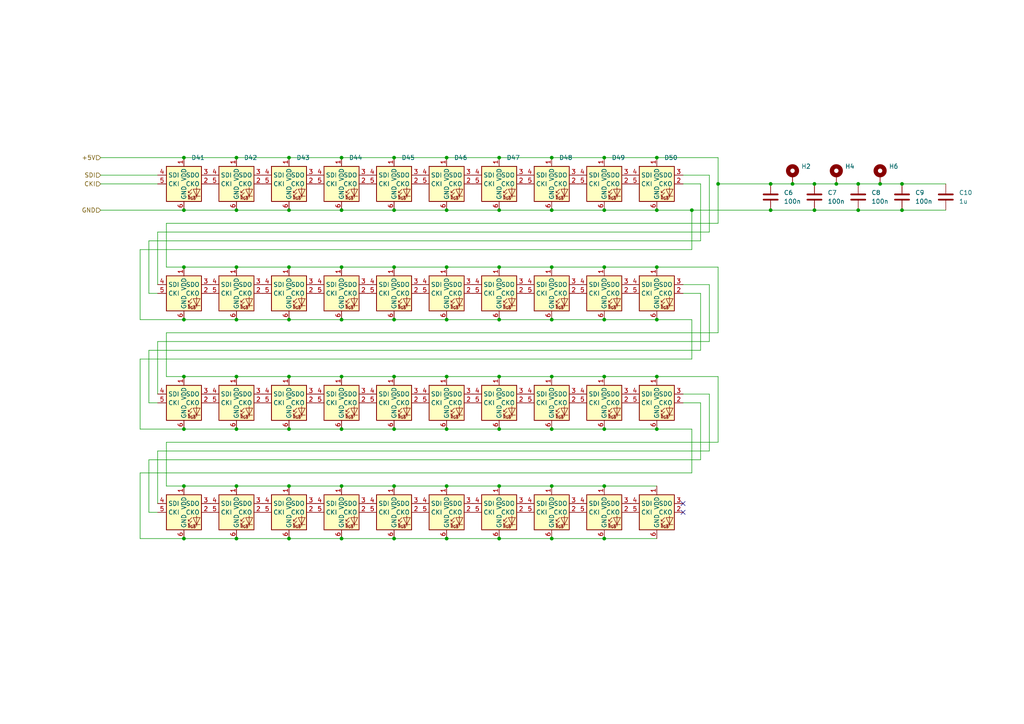
<source format=kicad_sch>
(kicad_sch (version 20250114) (generator "eeschema") (generator_version "9.0")
  (paper "A4")
  (lib_symbols
    (symbol "Device:C" (pin_numbers (hide yes)) (pin_names (offset 0.254))
      (property "Reference" "C" (at 0.635 2.54 0))
      (property "Value" "C" (at 0.635 -2.54 0))
      (symbol "C_0_1"
        (polyline (pts (xy -2.032 0.762) (xy 2.032 0.762)) (stroke (width 0.508)))
        (polyline (pts (xy -2.032 -0.762) (xy 2.032 -0.762)) (stroke (width 0.508)))
      )
      (symbol "C_1_1"
        (pin passive line (at 0 3.81 270) (length 2.794) (name "~") (number "1"))
        (pin passive line (at 0 -3.81 90) (length 2.794) (name "~") (number "2"))
      )
    )
    (symbol "LED:APA102-2020"
      (property "Reference" "D" (at 5.08 5.715 0))
      (property "Value" "APA102-2020" (at 1.27 -5.715 0))
      (symbol "APA102-2020_0_0"
        (text "RGB" (at 2.286 -4.191 0) (effects (font (size 0.762 0.762))))
      )
      (symbol "APA102-2020_0_1"
        (polyline (pts (xy 1.27 -2.54) (xy 1.778 -2.54)))
        (polyline (pts (xy 1.27 -3.556) (xy 1.778 -3.556)))
        (polyline (pts (xy 2.286 -1.524) (xy 1.27 -2.54) (xy 1.27 -2.032)))
        (polyline (pts (xy 2.286 -2.54) (xy 1.27 -3.556) (xy 1.27 -3.048)))
        (polyline (pts (xy 3.683 -1.016) (xy 3.683 -3.556) (xy 3.683 -4.064)))
        (polyline (pts (xy 4.699 -1.524) (xy 2.667 -1.524) (xy 3.683 -3.556) (xy 4.699 -1.524)))
        (polyline (pts (xy 4.699 -3.556) (xy 2.667 -3.556)))
        (rectangle (start 5.08 5.08) (end -5.08 -5.08) (stroke (width 0.254)) (fill (type background)))
      )
      (symbol "APA102-2020_1_1"
        (pin input line (at -7.62 2.54 0) (length 2.54) (name "SDI") (number "4"))
        (pin input line (at -7.62 0 0) (length 2.54) (name "CKI") (number "5"))
        (pin power_in line (at 0 7.62 270) (length 2.54) (name "VDD") (number "1"))
        (pin power_in line (at 0 -7.62 90) (length 2.54) (name "GND") (number "6"))
        (pin output line (at 7.62 2.54 180) (length 2.54) (name "SDO") (number "3"))
        (pin output line (at 7.62 0 180) (length 2.54) (name "CKO") (number "2"))
      )
    )
    (symbol "Mechanical:MountingHole_Pad" (pin_numbers (hide yes)) (pin_names (offset 1.016) (hide yes)) (in_bom no)
      (property "Reference" "H" (at 0 6.35 0))
      (property "Value" "MountingHole_Pad" (at 0 4.445 0))
      (symbol "MountingHole_Pad_0_1"
        (circle (center 0 1.27) (radius 1.27) (stroke (width 1.27)))
      )
      (symbol "MountingHole_Pad_1_1"
        (pin input line (at 0 -2.54 90) (length 2.54) (name "1") (number "1"))
      )
    )
  )
  (junction (at 190.5 109.22))
  (junction (at 68.58 60.96))
  (junction (at 261.62 53.34))
  (junction (at 129.54 92.71))
  (junction (at 99.06 60.96))
  (junction (at 53.34 92.71))
  (junction (at 175.26 140.97))
  (junction (at 160.02 60.96))
  (junction (at 236.22 53.34))
  (junction (at 68.58 124.46))
  (junction (at 114.3 124.46))
  (junction (at 144.78 45.72))
  (junction (at 99.06 156.21))
  (junction (at 114.3 92.71))
  (junction (at 53.34 45.72))
  (junction (at 83.82 92.71))
  (junction (at 175.26 92.71))
  (junction (at 190.5 77.47))
  (junction (at 144.78 156.21))
  (junction (at 68.58 77.47))
  (junction (at 190.5 45.72))
  (junction (at 83.82 60.96))
  (junction (at 114.3 156.21))
  (junction (at 175.26 60.96))
  (junction (at 160.02 124.46))
  (junction (at 175.26 45.72))
  (junction (at 99.06 124.46))
  (junction (at 190.5 60.96))
  (junction (at 99.06 77.47))
  (junction (at 99.06 140.97))
  (junction (at 248.92 60.96))
  (junction (at 190.5 92.71))
  (junction (at 175.26 156.21))
  (junction (at 160.02 109.22))
  (junction (at 53.34 156.21))
  (junction (at 53.34 109.22))
  (junction (at 160.02 45.72))
  (junction (at 255.27 53.34))
  (junction (at 68.58 45.72))
  (junction (at 190.5 124.46))
  (junction (at 68.58 156.21))
  (junction (at 208.28 53.34))
  (junction (at 144.78 60.96))
  (junction (at 261.62 60.96))
  (junction (at 129.54 77.47))
  (junction (at 53.34 60.96))
  (junction (at 129.54 45.72))
  (junction (at 53.34 140.97))
  (junction (at 53.34 77.47))
  (junction (at 144.78 109.22))
  (junction (at 175.26 124.46))
  (junction (at 223.52 60.96))
  (junction (at 83.82 77.47))
  (junction (at 129.54 156.21))
  (junction (at 53.34 124.46))
  (junction (at 242.57 53.34))
  (junction (at 223.52 53.34))
  (junction (at 99.06 92.71))
  (junction (at 99.06 109.22))
  (junction (at 83.82 124.46))
  (junction (at 248.92 53.34))
  (junction (at 114.3 45.72))
  (junction (at 200.66 60.96))
  (junction (at 114.3 77.47))
  (junction (at 144.78 92.71))
  (junction (at 129.54 140.97))
  (junction (at 160.02 140.97))
  (junction (at 114.3 60.96))
  (junction (at 160.02 156.21))
  (junction (at 144.78 124.46))
  (junction (at 129.54 60.96))
  (junction (at 83.82 45.72))
  (junction (at 160.02 77.47))
  (junction (at 160.02 92.71))
  (junction (at 68.58 92.71))
  (junction (at 83.82 156.21))
  (junction (at 68.58 140.97))
  (junction (at 229.87 53.34))
  (junction (at 236.22 60.96))
  (junction (at 175.26 77.47))
  (junction (at 144.78 77.47))
  (junction (at 175.26 109.22))
  (junction (at 114.3 109.22))
  (junction (at 144.78 140.97))
  (junction (at 129.54 124.46))
  (junction (at 114.3 140.97))
  (junction (at 129.54 109.22))
  (junction (at 83.82 140.97))
  (junction (at 68.58 109.22))
  (junction (at 99.06 45.72))
  (junction (at 83.82 109.22))
  (no_connect (at 198.12 148.59))
  (no_connect (at 198.12 146.05))
  (wire (pts (xy 114.3 92.71) (xy 129.54 92.71)))
  (wire (pts (xy 203.2 116.84) (xy 203.2 133.35)))
  (wire (pts (xy 114.3 109.22) (xy 129.54 109.22)))
  (wire (pts (xy 248.92 53.34) (xy 255.27 53.34)))
  (wire (pts (xy 144.78 140.97) (xy 160.02 140.97)))
  (wire (pts (xy 203.2 69.85) (xy 43.18 69.85)))
  (wire (pts (xy 144.78 45.72) (xy 160.02 45.72)))
  (wire (pts (xy 40.64 156.21) (xy 53.34 156.21)))
  (wire (pts (xy 175.26 156.21) (xy 190.5 156.21)))
  (wire (pts (xy 261.62 60.96) (xy 274.32 60.96)))
  (wire (pts (xy 205.74 50.8) (xy 198.12 50.8)))
  (wire (pts (xy 129.54 156.21) (xy 144.78 156.21)))
  (wire (pts (xy 175.26 92.71) (xy 190.5 92.71)))
  (wire (pts (xy 83.82 60.96) (xy 99.06 60.96)))
  (wire (pts (xy 43.18 69.85) (xy 43.18 85.09)))
  (wire (pts (xy 205.74 82.55) (xy 198.12 82.55)))
  (wire (pts (xy 43.18 85.09) (xy 45.72 85.09)))
  (wire (pts (xy 208.28 53.34) (xy 223.52 53.34)))
  (wire (pts (xy 68.58 124.46) (xy 83.82 124.46)))
  (wire (pts (xy 236.22 53.34) (xy 242.57 53.34)))
  (wire (pts (xy 229.87 53.34) (xy 236.22 53.34)))
  (wire (pts (xy 99.06 60.96) (xy 114.3 60.96)))
  (wire (pts (xy 99.06 156.21) (xy 114.3 156.21)))
  (wire (pts (xy 208.28 109.22) (xy 208.28 128.27)))
  (wire (pts (xy 160.02 140.97) (xy 175.26 140.97)))
  (wire (pts (xy 223.52 60.96) (xy 236.22 60.96)))
  (wire (pts (xy 144.78 77.47) (xy 160.02 77.47)))
  (wire (pts (xy 205.74 99.06) (xy 205.74 82.55)))
  (wire (pts (xy 68.58 92.71) (xy 83.82 92.71)))
  (wire (pts (xy 53.34 124.46) (xy 68.58 124.46)))
  (wire (pts (xy 190.5 109.22) (xy 208.28 109.22)))
  (wire (pts (xy 175.26 109.22) (xy 190.5 109.22)))
  (wire (pts (xy 203.2 133.35) (xy 43.18 133.35)))
  (wire (pts (xy 205.74 130.81) (xy 205.74 114.3)))
  (wire (pts (xy 45.72 146.05) (xy 45.72 130.81)))
  (wire (pts (xy 242.57 53.34) (xy 248.92 53.34)))
  (wire (pts (xy 83.82 45.72) (xy 99.06 45.72)))
  (wire (pts (xy 160.02 60.96) (xy 175.26 60.96)))
  (wire (pts (xy 68.58 77.47) (xy 83.82 77.47)))
  (wire (pts (xy 114.3 140.97) (xy 129.54 140.97)))
  (wire (pts (xy 208.28 53.34) (xy 208.28 64.77)))
  (wire (pts (xy 255.27 53.34) (xy 261.62 53.34)))
  (wire (pts (xy 129.54 109.22) (xy 144.78 109.22)))
  (wire (pts (xy 53.34 140.97) (xy 68.58 140.97)))
  (wire (pts (xy 175.26 77.47) (xy 190.5 77.47)))
  (wire (pts (xy 200.66 137.16) (xy 40.64 137.16)))
  (wire (pts (xy 144.78 109.22) (xy 160.02 109.22)))
  (wire (pts (xy 29.21 45.72) (xy 53.34 45.72)))
  (wire (pts (xy 114.3 156.21) (xy 129.54 156.21)))
  (wire (pts (xy 208.28 96.52) (xy 48.26 96.52)))
  (wire (pts (xy 200.66 92.71) (xy 200.66 104.14)))
  (wire (pts (xy 203.2 116.84) (xy 198.12 116.84)))
  (wire (pts (xy 83.82 77.47) (xy 99.06 77.47)))
  (wire (pts (xy 53.34 109.22) (xy 68.58 109.22)))
  (wire (pts (xy 160.02 124.46) (xy 175.26 124.46)))
  (wire (pts (xy 144.78 124.46) (xy 160.02 124.46)))
  (wire (pts (xy 45.72 99.06) (xy 205.74 99.06)))
  (wire (pts (xy 144.78 92.71) (xy 160.02 92.71)))
  (wire (pts (xy 53.34 60.96) (xy 68.58 60.96)))
  (wire (pts (xy 129.54 140.97) (xy 144.78 140.97)))
  (wire (pts (xy 208.28 64.77) (xy 48.26 64.77)))
  (wire (pts (xy 208.28 45.72) (xy 208.28 53.34)))
  (wire (pts (xy 68.58 109.22) (xy 83.82 109.22)))
  (wire (pts (xy 29.21 60.96) (xy 53.34 60.96)))
  (wire (pts (xy 45.72 114.3) (xy 45.72 99.06)))
  (wire (pts (xy 83.82 92.71) (xy 99.06 92.71)))
  (wire (pts (xy 114.3 60.96) (xy 129.54 60.96)))
  (wire (pts (xy 83.82 156.21) (xy 99.06 156.21)))
  (wire (pts (xy 99.06 45.72) (xy 114.3 45.72)))
  (wire (pts (xy 45.72 82.55) (xy 45.72 67.31)))
  (wire (pts (xy 200.66 124.46) (xy 200.66 137.16)))
  (wire (pts (xy 144.78 60.96) (xy 160.02 60.96)))
  (wire (pts (xy 208.28 77.47) (xy 208.28 96.52)))
  (wire (pts (xy 68.58 60.96) (xy 83.82 60.96)))
  (wire (pts (xy 45.72 130.81) (xy 205.74 130.81)))
  (wire (pts (xy 129.54 124.46) (xy 144.78 124.46)))
  (wire (pts (xy 203.2 85.09) (xy 198.12 85.09)))
  (wire (pts (xy 200.66 72.39) (xy 40.64 72.39)))
  (wire (pts (xy 53.34 92.71) (xy 68.58 92.71)))
  (wire (pts (xy 53.34 77.47) (xy 68.58 77.47)))
  (wire (pts (xy 160.02 156.21) (xy 175.26 156.21)))
  (wire (pts (xy 205.74 67.31) (xy 205.74 50.8)))
  (wire (pts (xy 53.34 45.72) (xy 68.58 45.72)))
  (wire (pts (xy 160.02 45.72) (xy 175.26 45.72)))
  (wire (pts (xy 83.82 124.46) (xy 99.06 124.46)))
  (wire (pts (xy 203.2 53.34) (xy 198.12 53.34)))
  (wire (pts (xy 99.06 124.46) (xy 114.3 124.46)))
  (wire (pts (xy 48.26 128.27) (xy 48.26 140.97)))
  (wire (pts (xy 223.52 53.34) (xy 229.87 53.34)))
  (wire (pts (xy 48.26 64.77) (xy 48.26 77.47)))
  (wire (pts (xy 83.82 140.97) (xy 99.06 140.97)))
  (wire (pts (xy 175.26 124.46) (xy 190.5 124.46)))
  (wire (pts (xy 129.54 45.72) (xy 144.78 45.72)))
  (wire (pts (xy 205.74 114.3) (xy 198.12 114.3)))
  (wire (pts (xy 40.64 137.16) (xy 40.64 156.21)))
  (wire (pts (xy 68.58 45.72) (xy 83.82 45.72)))
  (wire (pts (xy 45.72 67.31) (xy 205.74 67.31)))
  (wire (pts (xy 29.21 50.8) (xy 45.72 50.8)))
  (wire (pts (xy 236.22 60.96) (xy 248.92 60.96)))
  (wire (pts (xy 200.66 60.96) (xy 200.66 72.39)))
  (wire (pts (xy 83.82 109.22) (xy 99.06 109.22)))
  (wire (pts (xy 48.26 77.47) (xy 53.34 77.47)))
  (wire (pts (xy 48.26 140.97) (xy 53.34 140.97)))
  (wire (pts (xy 190.5 92.71) (xy 200.66 92.71)))
  (wire (pts (xy 68.58 156.21) (xy 83.82 156.21)))
  (wire (pts (xy 175.26 140.97) (xy 190.5 140.97)))
  (wire (pts (xy 40.64 104.14) (xy 40.64 124.46)))
  (wire (pts (xy 190.5 77.47) (xy 208.28 77.47)))
  (wire (pts (xy 200.66 60.96) (xy 223.52 60.96)))
  (wire (pts (xy 48.26 96.52) (xy 48.26 109.22)))
  (wire (pts (xy 99.06 140.97) (xy 114.3 140.97)))
  (wire (pts (xy 190.5 124.46) (xy 200.66 124.46)))
  (wire (pts (xy 29.21 53.34) (xy 45.72 53.34)))
  (wire (pts (xy 203.2 85.09) (xy 203.2 101.6)))
  (wire (pts (xy 160.02 92.71) (xy 175.26 92.71)))
  (wire (pts (xy 99.06 92.71) (xy 114.3 92.71)))
  (wire (pts (xy 48.26 109.22) (xy 53.34 109.22)))
  (wire (pts (xy 248.92 60.96) (xy 261.62 60.96)))
  (wire (pts (xy 129.54 60.96) (xy 144.78 60.96)))
  (wire (pts (xy 68.58 140.97) (xy 83.82 140.97)))
  (wire (pts (xy 190.5 60.96) (xy 200.66 60.96)))
  (wire (pts (xy 208.28 128.27) (xy 48.26 128.27)))
  (wire (pts (xy 175.26 45.72) (xy 190.5 45.72)))
  (wire (pts (xy 175.26 60.96) (xy 190.5 60.96)))
  (wire (pts (xy 114.3 124.46) (xy 129.54 124.46)))
  (wire (pts (xy 160.02 109.22) (xy 175.26 109.22)))
  (wire (pts (xy 160.02 77.47) (xy 175.26 77.47)))
  (wire (pts (xy 40.64 124.46) (xy 53.34 124.46)))
  (wire (pts (xy 200.66 104.14) (xy 40.64 104.14)))
  (wire (pts (xy 40.64 72.39) (xy 40.64 92.71)))
  (wire (pts (xy 190.5 45.72) (xy 208.28 45.72)))
  (wire (pts (xy 43.18 116.84) (xy 45.72 116.84)))
  (wire (pts (xy 129.54 92.71) (xy 144.78 92.71)))
  (wire (pts (xy 114.3 77.47) (xy 129.54 77.47)))
  (wire (pts (xy 144.78 156.21) (xy 160.02 156.21)))
  (wire (pts (xy 203.2 101.6) (xy 43.18 101.6)))
  (wire (pts (xy 53.34 156.21) (xy 68.58 156.21)))
  (wire (pts (xy 261.62 53.34) (xy 274.32 53.34)))
  (wire (pts (xy 99.06 109.22) (xy 114.3 109.22)))
  (wire (pts (xy 99.06 77.47) (xy 114.3 77.47)))
  (wire (pts (xy 203.2 53.34) (xy 203.2 69.85)))
  (wire (pts (xy 43.18 101.6) (xy 43.18 116.84)))
  (wire (pts (xy 40.64 92.71) (xy 53.34 92.71)))
  (wire (pts (xy 129.54 77.47) (xy 144.78 77.47)))
  (wire (pts (xy 43.18 133.35) (xy 43.18 148.59)))
  (wire (pts (xy 114.3 45.72) (xy 129.54 45.72)))
  (wire (pts (xy 43.18 148.59) (xy 45.72 148.59)))
  (hierarchical_label "+5V" (shape input) (at 29.21 45.72 180))
  (hierarchical_label "CKI" (shape input) (at 29.21 53.34 180))
  (hierarchical_label "GND" (shape input) (at 29.21 60.96 180))
  (hierarchical_label "SDI" (shape input) (at 29.21 50.8 180))
  (symbol (lib_id "Device:C") (at 248.92 57.15 0) (unit 1)
    (property "Reference" "C3" (at 252.73 55.8799 0) (effects (justify left)))
    (property "Value" "100n" (at 252.73 58.4199 0) (effects (justify left)))
    (property "Footprint" "Capacitor_SMD:C_0603_1608Metric" (effects (hide yes)))
    (property "Description" "Unpolarized capacitor" (effects (hide yes)))
    (instances (project "flowstick_led_strip_pcbs" (path "" (reference "C8") (unit 1)) (path "" (reference "C3") (unit 1))))
  )
  (symbol (lib_id "LED:APA102-2020") (at 160.02 53.34 0) (unit 1)
    (property "Reference" "D8" (at 162.1633 45.72 0) (effects (justify left)))
    (property "Value" "APA102-2020" (effects (hide yes)))
    (property "Footprint" "custom:LED-APA102-2020-6_90deg" (effects (hide yes)))
    (property "Datasheet" "http://www.led-color.com/upload/201604/APA102-2020%20SMD%20LED.pdf" (effects (hide yes)))
    (property "Description" "RGB LED with integrated controller" (effects (hide yes)))
    (instances (project "flowstick_led_strip_pcbs" (path "" (reference "D48") (unit 1)) (path "" (reference "D8") (unit 1))))
  )
  (symbol (lib_id "LED:APA102-2020") (at 160.02 116.84 0) (unit 1)
    (property "Reference" "D28" (effects (hide yes)))
    (property "Value" "APA102-2020" (effects (hide yes)))
    (property "Footprint" "custom:LED-APA102-2020-6_90deg" (effects (hide yes)))
    (property "Datasheet" "http://www.led-color.com/upload/201604/APA102-2020%20SMD%20LED.pdf" (effects (hide yes)))
    (property "Description" "RGB LED with integrated controller" (effects (hide yes)))
    (instances (project "flowstick_led_strip_pcbs" (path "" (reference "D68") (unit 1)) (path "" (reference "D28") (unit 1))))
  )
  (symbol (lib_id "LED:APA102-2020") (at 114.3 148.59 0) (unit 1)
    (property "Reference" "D35" (effects (hide yes)))
    (property "Value" "APA102-2020" (effects (hide yes)))
    (property "Footprint" "custom:LED-APA102-2020-6_90deg" (effects (hide yes)))
    (property "Datasheet" "http://www.led-color.com/upload/201604/APA102-2020%20SMD%20LED.pdf" (effects (hide yes)))
    (property "Description" "RGB LED with integrated controller" (effects (hide yes)))
    (instances (project "flowstick_led_strip_pcbs" (path "" (reference "D75") (unit 1)) (path "" (reference "D35") (unit 1))))
  )
  (symbol (lib_id "LED:APA102-2020") (at 190.5 148.59 0) (unit 1)
    (property "Reference" "D40" (effects (hide yes)))
    (property "Value" "APA102-2020" (effects (hide yes)))
    (property "Footprint" "custom:LED-APA102-2020-6_90deg" (effects (hide yes)))
    (property "Datasheet" "http://www.led-color.com/upload/201604/APA102-2020%20SMD%20LED.pdf" (effects (hide yes)))
    (property "Description" "RGB LED with integrated controller" (effects (hide yes)))
    (instances (project "flowstick_led_strip_pcbs" (path "" (reference "D80") (unit 1)) (path "" (reference "D40") (unit 1))))
  )
  (symbol (lib_id "LED:APA102-2020") (at 68.58 116.84 0) (unit 1)
    (property "Reference" "D22" (effects (hide yes)))
    (property "Value" "APA102-2020" (effects (hide yes)))
    (property "Footprint" "custom:LED-APA102-2020-6_90deg" (effects (hide yes)))
    (property "Datasheet" "http://www.led-color.com/upload/201604/APA102-2020%20SMD%20LED.pdf" (effects (hide yes)))
    (property "Description" "RGB LED with integrated controller" (effects (hide yes)))
    (instances (project "flowstick_led_strip_pcbs" (path "" (reference "D62") (unit 1)) (path "" (reference "D22") (unit 1))))
  )
  (symbol (lib_id "LED:APA102-2020") (at 129.54 148.59 0) (unit 1)
    (property "Reference" "D36" (effects (hide yes)))
    (property "Value" "APA102-2020" (effects (hide yes)))
    (property "Footprint" "custom:LED-APA102-2020-6_90deg" (effects (hide yes)))
    (property "Datasheet" "http://www.led-color.com/upload/201604/APA102-2020%20SMD%20LED.pdf" (effects (hide yes)))
    (property "Description" "RGB LED with integrated controller" (effects (hide yes)))
    (instances (project "flowstick_led_strip_pcbs" (path "" (reference "D76") (unit 1)) (path "" (reference "D36") (unit 1))))
  )
  (symbol (lib_id "LED:APA102-2020") (at 83.82 53.34 0) (unit 1)
    (property "Reference" "D3" (at 85.9633 45.72 0) (effects (justify left)))
    (property "Value" "APA102-2020" (effects (hide yes)))
    (property "Footprint" "custom:LED-APA102-2020-6_90deg" (effects (hide yes)))
    (property "Datasheet" "http://www.led-color.com/upload/201604/APA102-2020%20SMD%20LED.pdf" (effects (hide yes)))
    (property "Description" "RGB LED with integrated controller" (effects (hide yes)))
    (instances (project "flowstick_led_strip_pcbs" (path "" (reference "D43") (unit 1)) (path "" (reference "D3") (unit 1))))
  )
  (symbol (lib_id "LED:APA102-2020") (at 175.26 116.84 0) (unit 1)
    (property "Reference" "D29" (effects (hide yes)))
    (property "Value" "APA102-2020" (effects (hide yes)))
    (property "Footprint" "custom:LED-APA102-2020-6_90deg" (effects (hide yes)))
    (property "Datasheet" "http://www.led-color.com/upload/201604/APA102-2020%20SMD%20LED.pdf" (effects (hide yes)))
    (property "Description" "RGB LED with integrated controller" (effects (hide yes)))
    (instances (project "flowstick_led_strip_pcbs" (path "" (reference "D69") (unit 1)) (path "" (reference "D29") (unit 1))))
  )
  (symbol (lib_id "LED:APA102-2020") (at 68.58 85.09 0) (unit 1)
    (property "Reference" "D12" (effects (hide yes)))
    (property "Value" "APA102-2020" (effects (hide yes)))
    (property "Footprint" "custom:LED-APA102-2020-6_90deg" (effects (hide yes)))
    (property "Datasheet" "http://www.led-color.com/upload/201604/APA102-2020%20SMD%20LED.pdf" (effects (hide yes)))
    (property "Description" "RGB LED with integrated controller" (effects (hide yes)))
    (instances (project "flowstick_led_strip_pcbs" (path "" (reference "D52") (unit 1)) (path "" (reference "D12") (unit 1))))
  )
  (symbol (lib_id "LED:APA102-2020") (at 129.54 85.09 0) (unit 1)
    (property "Reference" "D16" (effects (hide yes)))
    (property "Value" "APA102-2020" (effects (hide yes)))
    (property "Footprint" "custom:LED-APA102-2020-6_90deg" (effects (hide yes)))
    (property "Datasheet" "http://www.led-color.com/upload/201604/APA102-2020%20SMD%20LED.pdf" (effects (hide yes)))
    (property "Description" "RGB LED with integrated controller" (effects (hide yes)))
    (instances (project "flowstick_led_strip_pcbs" (path "" (reference "D56") (unit 1)) (path "" (reference "D16") (unit 1))))
  )
  (symbol (lib_id "LED:APA102-2020") (at 175.26 85.09 0) (unit 1)
    (property "Reference" "D19" (effects (hide yes)))
    (property "Value" "APA102-2020" (effects (hide yes)))
    (property "Footprint" "custom:LED-APA102-2020-6_90deg" (effects (hide yes)))
    (property "Datasheet" "http://www.led-color.com/upload/201604/APA102-2020%20SMD%20LED.pdf" (effects (hide yes)))
    (property "Description" "RGB LED with integrated controller" (effects (hide yes)))
    (instances (project "flowstick_led_strip_pcbs" (path "" (reference "D59") (unit 1)) (path "" (reference "D19") (unit 1))))
  )
  (symbol (lib_id "LED:APA102-2020") (at 114.3 85.09 0) (unit 1)
    (property "Reference" "D15" (effects (hide yes)))
    (property "Value" "APA102-2020" (effects (hide yes)))
    (property "Footprint" "custom:LED-APA102-2020-6_90deg" (effects (hide yes)))
    (property "Datasheet" "http://www.led-color.com/upload/201604/APA102-2020%20SMD%20LED.pdf" (effects (hide yes)))
    (property "Description" "RGB LED with integrated controller" (effects (hide yes)))
    (instances (project "flowstick_led_strip_pcbs" (path "" (reference "D55") (unit 1)) (path "" (reference "D15") (unit 1))))
  )
  (symbol (lib_id "LED:APA102-2020") (at 190.5 53.34 0) (unit 1)
    (property "Reference" "D10" (at 192.6433 45.72 0) (effects (justify left)))
    (property "Value" "APA102-2020" (effects (hide yes)))
    (property "Footprint" "custom:LED-APA102-2020-6_90deg" (effects (hide yes)))
    (property "Datasheet" "http://www.led-color.com/upload/201604/APA102-2020%20SMD%20LED.pdf" (effects (hide yes)))
    (property "Description" "RGB LED with integrated controller" (effects (hide yes)))
    (instances (project "flowstick_led_strip_pcbs" (path "" (reference "D50") (unit 1)) (path "" (reference "D10") (unit 1))))
  )
  (symbol (lib_id "Mechanical:MountingHole_Pad") (at 255.27 50.8 0) (unit 1) (in_bom no)
    (property "Reference" "H5" (at 257.81 48.2599 0) (effects (justify left)))
    (property "Value" "MountingHole_Pad" (effects (hide yes)))
    (property "Footprint" "custom:single_b2b_pad_doublewide" (effects (hide yes)))
    (property "Description" "Mounting Hole with connection" (effects (hide yes)))
    (instances (project "flowstick_led_strip_pcbs" (path "" (reference "H6") (unit 1)) (path "" (reference "H5") (unit 1))))
  )
  (symbol (lib_id "LED:APA102-2020") (at 160.02 148.59 0) (unit 1)
    (property "Reference" "D38" (effects (hide yes)))
    (property "Value" "APA102-2020" (effects (hide yes)))
    (property "Footprint" "custom:LED-APA102-2020-6_90deg" (effects (hide yes)))
    (property "Datasheet" "http://www.led-color.com/upload/201604/APA102-2020%20SMD%20LED.pdf" (effects (hide yes)))
    (property "Description" "RGB LED with integrated controller" (effects (hide yes)))
    (instances (project "flowstick_led_strip_pcbs" (path "" (reference "D78") (unit 1)) (path "" (reference "D38") (unit 1))))
  )
  (symbol (lib_id "Device:C") (at 236.22 57.15 0) (unit 1)
    (property "Reference" "C2" (at 240.03 55.8799 0) (effects (justify left)))
    (property "Value" "100n" (at 240.03 58.4199 0) (effects (justify left)))
    (property "Footprint" "Capacitor_SMD:C_0603_1608Metric" (effects (hide yes)))
    (property "Description" "Unpolarized capacitor" (effects (hide yes)))
    (instances (project "flowstick_led_strip_pcbs" (path "" (reference "C7") (unit 1)) (path "" (reference "C2") (unit 1))))
  )
  (symbol (lib_id "LED:APA102-2020") (at 190.5 85.09 0) (unit 1)
    (property "Reference" "D20" (effects (hide yes)))
    (property "Value" "APA102-2020" (effects (hide yes)))
    (property "Footprint" "custom:LED-APA102-2020-6_90deg" (effects (hide yes)))
    (property "Datasheet" "http://www.led-color.com/upload/201604/APA102-2020%20SMD%20LED.pdf" (effects (hide yes)))
    (property "Description" "RGB LED with integrated controller" (effects (hide yes)))
    (instances (project "flowstick_led_strip_pcbs" (path "" (reference "D60") (unit 1)) (path "" (reference "D20") (unit 1))))
  )
  (symbol (lib_id "Mechanical:MountingHole_Pad") (at 229.87 50.8 0) (unit 1) (in_bom no)
    (property "Reference" "H1" (at 232.41 48.2599 0) (effects (justify left)))
    (property "Value" "MountingHole_Pad" (effects (hide yes)))
    (property "Footprint" "custom:single_b2b_pad_doublewide" (effects (hide yes)))
    (property "Description" "Mounting Hole with connection" (effects (hide yes)))
    (instances (project "" (path "" (reference "H2") (unit 1)) (path "" (reference "H1") (unit 1))))
  )
  (symbol (lib_id "LED:APA102-2020") (at 144.78 85.09 0) (unit 1)
    (property "Reference" "D17" (effects (hide yes)))
    (property "Value" "APA102-2020" (effects (hide yes)))
    (property "Footprint" "custom:LED-APA102-2020-6_90deg" (effects (hide yes)))
    (property "Datasheet" "http://www.led-color.com/upload/201604/APA102-2020%20SMD%20LED.pdf" (effects (hide yes)))
    (property "Description" "RGB LED with integrated controller" (effects (hide yes)))
    (instances (project "flowstick_led_strip_pcbs" (path "" (reference "D57") (unit 1)) (path "" (reference "D17") (unit 1))))
  )
  (symbol (lib_id "LED:APA102-2020") (at 99.06 85.09 0) (unit 1)
    (property "Reference" "D14" (effects (hide yes)))
    (property "Value" "APA102-2020" (effects (hide yes)))
    (property "Footprint" "custom:LED-APA102-2020-6_90deg" (effects (hide yes)))
    (property "Datasheet" "http://www.led-color.com/upload/201604/APA102-2020%20SMD%20LED.pdf" (effects (hide yes)))
    (property "Description" "RGB LED with integrated controller" (effects (hide yes)))
    (instances (project "flowstick_led_strip_pcbs" (path "" (reference "D54") (unit 1)) (path "" (reference "D14") (unit 1))))
  )
  (symbol (lib_id "LED:APA102-2020") (at 175.26 148.59 0) (unit 1)
    (property "Reference" "D39" (effects (hide yes)))
    (property "Value" "APA102-2020" (effects (hide yes)))
    (property "Footprint" "custom:LED-APA102-2020-6_90deg" (effects (hide yes)))
    (property "Datasheet" "http://www.led-color.com/upload/201604/APA102-2020%20SMD%20LED.pdf" (effects (hide yes)))
    (property "Description" "RGB LED with integrated controller" (effects (hide yes)))
    (instances (project "flowstick_led_strip_pcbs" (path "" (reference "D79") (unit 1)) (path "" (reference "D39") (unit 1))))
  )
  (symbol (lib_id "LED:APA102-2020") (at 99.06 116.84 0) (unit 1)
    (property "Reference" "D24" (effects (hide yes)))
    (property "Value" "APA102-2020" (effects (hide yes)))
    (property "Footprint" "custom:LED-APA102-2020-6_90deg" (effects (hide yes)))
    (property "Datasheet" "http://www.led-color.com/upload/201604/APA102-2020%20SMD%20LED.pdf" (effects (hide yes)))
    (property "Description" "RGB LED with integrated controller" (effects (hide yes)))
    (instances (project "flowstick_led_strip_pcbs" (path "" (reference "D64") (unit 1)) (path "" (reference "D24") (unit 1))))
  )
  (symbol (lib_id "LED:APA102-2020") (at 83.82 116.84 0) (unit 1)
    (property "Reference" "D23" (effects (hide yes)))
    (property "Value" "APA102-2020" (effects (hide yes)))
    (property "Footprint" "custom:LED-APA102-2020-6_90deg" (effects (hide yes)))
    (property "Datasheet" "http://www.led-color.com/upload/201604/APA102-2020%20SMD%20LED.pdf" (effects (hide yes)))
    (property "Description" "RGB LED with integrated controller" (effects (hide yes)))
    (instances (project "flowstick_led_strip_pcbs" (path "" (reference "D63") (unit 1)) (path "" (reference "D23") (unit 1))))
  )
  (symbol (lib_id "Mechanical:MountingHole_Pad") (at 242.57 50.8 0) (unit 1) (in_bom no)
    (property "Reference" "H3" (at 245.11 48.2599 0) (effects (justify left)))
    (property "Value" "MountingHole_Pad" (effects (hide yes)))
    (property "Footprint" "custom:single_b2b_pad_doublewide" (effects (hide yes)))
    (property "Description" "Mounting Hole with connection" (effects (hide yes)))
    (instances (project "flowstick_led_strip_pcbs" (path "" (reference "H4") (unit 1)) (path "" (reference "H3") (unit 1))))
  )
  (symbol (lib_id "LED:APA102-2020") (at 53.34 53.34 0) (unit 1)
    (property "Reference" "D1" (at 55.4833 45.72 0) (effects (justify left)))
    (property "Value" "APA102-2020" (effects (hide yes)))
    (property "Footprint" "custom:LED-APA102-2020-6_90deg" (effects (hide yes)))
    (property "Datasheet" "http://www.led-color.com/upload/201604/APA102-2020%20SMD%20LED.pdf" (effects (hide yes)))
    (property "Description" "RGB LED with integrated controller" (effects (hide yes)))
    (instances (project "flowstick_led_strip_pcbs" (path "" (reference "D41") (unit 1)) (path "" (reference "D1") (unit 1))))
  )
  (symbol (lib_id "LED:APA102-2020") (at 53.34 116.84 0) (unit 1)
    (property "Reference" "D21" (effects (hide yes)))
    (property "Value" "APA102-2020" (effects (hide yes)))
    (property "Footprint" "custom:LED-APA102-2020-6_90deg" (effects (hide yes)))
    (property "Datasheet" "http://www.led-color.com/upload/201604/APA102-2020%20SMD%20LED.pdf" (effects (hide yes)))
    (property "Description" "RGB LED with integrated controller" (effects (hide yes)))
    (instances (project "flowstick_led_strip_pcbs" (path "" (reference "D61") (unit 1)) (path "" (reference "D21") (unit 1))))
  )
  (symbol (lib_id "LED:APA102-2020") (at 190.5 116.84 0) (unit 1)
    (property "Reference" "D30" (effects (hide yes)))
    (property "Value" "APA102-2020" (effects (hide yes)))
    (property "Footprint" "custom:LED-APA102-2020-6_90deg" (effects (hide yes)))
    (property "Datasheet" "http://www.led-color.com/upload/201604/APA102-2020%20SMD%20LED.pdf" (effects (hide yes)))
    (property "Description" "RGB LED with integrated controller" (effects (hide yes)))
    (instances (project "flowstick_led_strip_pcbs" (path "" (reference "D70") (unit 1)) (path "" (reference "D30") (unit 1))))
  )
  (symbol (lib_id "LED:APA102-2020") (at 144.78 53.34 0) (unit 1)
    (property "Reference" "D7" (at 146.9233 45.72 0) (effects (justify left)))
    (property "Value" "APA102-2020" (effects (hide yes)))
    (property "Footprint" "custom:LED-APA102-2020-6_90deg" (effects (hide yes)))
    (property "Datasheet" "http://www.led-color.com/upload/201604/APA102-2020%20SMD%20LED.pdf" (effects (hide yes)))
    (property "Description" "RGB LED with integrated controller" (effects (hide yes)))
    (instances (project "flowstick_led_strip_pcbs" (path "" (reference "D47") (unit 1)) (path "" (reference "D7") (unit 1))))
  )
  (symbol (lib_id "LED:APA102-2020") (at 53.34 148.59 0) (unit 1)
    (property "Reference" "D31" (effects (hide yes)))
    (property "Value" "APA102-2020" (effects (hide yes)))
    (property "Footprint" "custom:LED-APA102-2020-6_90deg" (effects (hide yes)))
    (property "Datasheet" "http://www.led-color.com/upload/201604/APA102-2020%20SMD%20LED.pdf" (effects (hide yes)))
    (property "Description" "RGB LED with integrated controller" (effects (hide yes)))
    (instances (project "flowstick_led_strip_pcbs" (path "" (reference "D71") (unit 1)) (path "" (reference "D31") (unit 1))))
  )
  (symbol (lib_id "LED:APA102-2020") (at 68.58 53.34 0) (unit 1)
    (property "Reference" "D2" (at 70.7233 45.72 0) (effects (justify left)))
    (property "Value" "APA102-2020" (effects (hide yes)))
    (property "Footprint" "custom:LED-APA102-2020-6_90deg" (effects (hide yes)))
    (property "Datasheet" "http://www.led-color.com/upload/201604/APA102-2020%20SMD%20LED.pdf" (effects (hide yes)))
    (property "Description" "RGB LED with integrated controller" (effects (hide yes)))
    (instances (project "flowstick_led_strip_pcbs" (path "" (reference "D42") (unit 1)) (path "" (reference "D2") (unit 1))))
  )
  (symbol (lib_id "LED:APA102-2020") (at 83.82 85.09 0) (unit 1)
    (property "Reference" "D13" (effects (hide yes)))
    (property "Value" "APA102-2020" (effects (hide yes)))
    (property "Footprint" "custom:LED-APA102-2020-6_90deg" (effects (hide yes)))
    (property "Datasheet" "http://www.led-color.com/upload/201604/APA102-2020%20SMD%20LED.pdf" (effects (hide yes)))
    (property "Description" "RGB LED with integrated controller" (effects (hide yes)))
    (instances (project "flowstick_led_strip_pcbs" (path "" (reference "D53") (unit 1)) (path "" (reference "D13") (unit 1))))
  )
  (symbol (lib_id "LED:APA102-2020") (at 68.58 148.59 0) (unit 1)
    (property "Reference" "D32" (effects (hide yes)))
    (property "Value" "APA102-2020" (effects (hide yes)))
    (property "Footprint" "custom:LED-APA102-2020-6_90deg" (effects (hide yes)))
    (property "Datasheet" "http://www.led-color.com/upload/201604/APA102-2020%20SMD%20LED.pdf" (effects (hide yes)))
    (property "Description" "RGB LED with integrated controller" (effects (hide yes)))
    (instances (project "flowstick_led_strip_pcbs" (path "" (reference "D72") (unit 1)) (path "" (reference "D32") (unit 1))))
  )
  (symbol (lib_id "LED:APA102-2020") (at 129.54 116.84 0) (unit 1)
    (property "Reference" "D26" (effects (hide yes)))
    (property "Value" "APA102-2020" (effects (hide yes)))
    (property "Footprint" "custom:LED-APA102-2020-6_90deg" (effects (hide yes)))
    (property "Datasheet" "http://www.led-color.com/upload/201604/APA102-2020%20SMD%20LED.pdf" (effects (hide yes)))
    (property "Description" "RGB LED with integrated controller" (effects (hide yes)))
    (instances (project "flowstick_led_strip_pcbs" (path "" (reference "D66") (unit 1)) (path "" (reference "D26") (unit 1))))
  )
  (symbol (lib_id "LED:APA102-2020") (at 53.34 85.09 0) (unit 1)
    (property "Reference" "D11" (effects (hide yes)))
    (property "Value" "APA102-2020" (effects (hide yes)))
    (property "Footprint" "custom:LED-APA102-2020-6_90deg" (effects (hide yes)))
    (property "Datasheet" "http://www.led-color.com/upload/201604/APA102-2020%20SMD%20LED.pdf" (effects (hide yes)))
    (property "Description" "RGB LED with integrated controller" (effects (hide yes)))
    (instances (project "flowstick_led_strip_pcbs" (path "" (reference "D51") (unit 1)) (path "" (reference "D11") (unit 1))))
  )
  (symbol (lib_id "LED:APA102-2020") (at 175.26 53.34 0) (unit 1)
    (property "Reference" "D9" (at 177.4033 45.72 0) (effects (justify left)))
    (property "Value" "APA102-2020" (effects (hide yes)))
    (property "Footprint" "custom:LED-APA102-2020-6_90deg" (effects (hide yes)))
    (property "Datasheet" "http://www.led-color.com/upload/201604/APA102-2020%20SMD%20LED.pdf" (effects (hide yes)))
    (property "Description" "RGB LED with integrated controller" (effects (hide yes)))
    (instances (project "flowstick_led_strip_pcbs" (path "" (reference "D49") (unit 1)) (path "" (reference "D9") (unit 1))))
  )
  (symbol (lib_id "Device:C") (at 261.62 57.15 0) (unit 1)
    (property "Reference" "C4" (at 265.43 55.8799 0) (effects (justify left)))
    (property "Value" "100n" (at 265.43 58.4199 0) (effects (justify left)))
    (property "Footprint" "Capacitor_SMD:C_0603_1608Metric" (effects (hide yes)))
    (property "Description" "Unpolarized capacitor" (effects (hide yes)))
    (instances (project "flowstick_led_strip_pcbs" (path "" (reference "C9") (unit 1)) (path "" (reference "C4") (unit 1))))
  )
  (symbol (lib_id "LED:APA102-2020") (at 144.78 148.59 0) (unit 1)
    (property "Reference" "D37" (effects (hide yes)))
    (property "Value" "APA102-2020" (effects (hide yes)))
    (property "Footprint" "custom:LED-APA102-2020-6_90deg" (effects (hide yes)))
    (property "Datasheet" "http://www.led-color.com/upload/201604/APA102-2020%20SMD%20LED.pdf" (effects (hide yes)))
    (property "Description" "RGB LED with integrated controller" (effects (hide yes)))
    (instances (project "flowstick_led_strip_pcbs" (path "" (reference "D77") (unit 1)) (path "" (reference "D37") (unit 1))))
  )
  (symbol (lib_id "Device:C") (at 223.52 57.15 0) (unit 1)
    (property "Reference" "C1" (at 227.33 55.8799 0) (effects (justify left)))
    (property "Value" "100n" (at 227.33 58.4199 0) (effects (justify left)))
    (property "Footprint" "Capacitor_SMD:C_0603_1608Metric" (effects (hide yes)))
    (property "Description" "Unpolarized capacitor" (effects (hide yes)))
    (instances (project "flowstick_led_strip_pcbs" (path "" (reference "C6") (unit 1)) (path "" (reference "C1") (unit 1))))
  )
  (symbol (lib_id "LED:APA102-2020") (at 114.3 53.34 0) (unit 1)
    (property "Reference" "D5" (at 116.4433 45.72 0) (effects (justify left)))
    (property "Value" "APA102-2020" (effects (hide yes)))
    (property "Footprint" "custom:LED-APA102-2020-6_90deg" (effects (hide yes)))
    (property "Datasheet" "http://www.led-color.com/upload/201604/APA102-2020%20SMD%20LED.pdf" (effects (hide yes)))
    (property "Description" "RGB LED with integrated controller" (effects (hide yes)))
    (instances (project "flowstick_led_strip_pcbs" (path "" (reference "D45") (unit 1)) (path "" (reference "D5") (unit 1))))
  )
  (symbol (lib_id "LED:APA102-2020") (at 144.78 116.84 0) (unit 1)
    (property "Reference" "D27" (effects (hide yes)))
    (property "Value" "APA102-2020" (effects (hide yes)))
    (property "Footprint" "custom:LED-APA102-2020-6_90deg" (effects (hide yes)))
    (property "Datasheet" "http://www.led-color.com/upload/201604/APA102-2020%20SMD%20LED.pdf" (effects (hide yes)))
    (property "Description" "RGB LED with integrated controller" (effects (hide yes)))
    (instances (project "flowstick_led_strip_pcbs" (path "" (reference "D67") (unit 1)) (path "" (reference "D27") (unit 1))))
  )
  (symbol (lib_id "LED:APA102-2020") (at 160.02 85.09 0) (unit 1)
    (property "Reference" "D18" (effects (hide yes)))
    (property "Value" "APA102-2020" (effects (hide yes)))
    (property "Footprint" "custom:LED-APA102-2020-6_90deg" (effects (hide yes)))
    (property "Datasheet" "http://www.led-color.com/upload/201604/APA102-2020%20SMD%20LED.pdf" (effects (hide yes)))
    (property "Description" "RGB LED with integrated controller" (effects (hide yes)))
    (instances (project "flowstick_led_strip_pcbs" (path "" (reference "D58") (unit 1)) (path "" (reference "D18") (unit 1))))
  )
  (symbol (lib_id "LED:APA102-2020") (at 114.3 116.84 0) (unit 1)
    (property "Reference" "D25" (effects (hide yes)))
    (property "Value" "APA102-2020" (effects (hide yes)))
    (property "Footprint" "custom:LED-APA102-2020-6_90deg" (effects (hide yes)))
    (property "Datasheet" "http://www.led-color.com/upload/201604/APA102-2020%20SMD%20LED.pdf" (effects (hide yes)))
    (property "Description" "RGB LED with integrated controller" (effects (hide yes)))
    (instances (project "flowstick_led_strip_pcbs" (path "" (reference "D65") (unit 1)) (path "" (reference "D25") (unit 1))))
  )
  (symbol (lib_id "Device:C") (at 274.32 57.15 0) (unit 1)
    (property "Reference" "C5" (at 278.13 55.8799 0) (effects (justify left)))
    (property "Value" "1u" (at 278.13 58.4199 0) (effects (justify left)))
    (property "Footprint" "Capacitor_SMD:C_0603_1608Metric" (effects (hide yes)))
    (property "Description" "Unpolarized capacitor" (effects (hide yes)))
    (instances (project "flowstick_led_strip_pcbs" (path "" (reference "C10") (unit 1)) (path "" (reference "C5") (unit 1))))
  )
  (symbol (lib_id "LED:APA102-2020") (at 129.54 53.34 0) (unit 1)
    (property "Reference" "D6" (at 131.6833 45.72 0) (effects (justify left)))
    (property "Value" "APA102-2020" (effects (hide yes)))
    (property "Footprint" "custom:LED-APA102-2020-6_90deg" (effects (hide yes)))
    (property "Datasheet" "http://www.led-color.com/upload/201604/APA102-2020%20SMD%20LED.pdf" (effects (hide yes)))
    (property "Description" "RGB LED with integrated controller" (effects (hide yes)))
    (instances (project "flowstick_led_strip_pcbs" (path "" (reference "D46") (unit 1)) (path "" (reference "D6") (unit 1))))
  )
  (symbol (lib_id "LED:APA102-2020") (at 99.06 53.34 0) (unit 1)
    (property "Reference" "D4" (at 101.2033 45.72 0) (effects (justify left)))
    (property "Value" "APA102-2020" (effects (hide yes)))
    (property "Footprint" "custom:LED-APA102-2020-6_90deg" (effects (hide yes)))
    (property "Datasheet" "http://www.led-color.com/upload/201604/APA102-2020%20SMD%20LED.pdf" (effects (hide yes)))
    (property "Description" "RGB LED with integrated controller" (effects (hide yes)))
    (instances (project "flowstick_led_strip_pcbs" (path "" (reference "D44") (unit 1)) (path "" (reference "D4") (unit 1))))
  )
  (symbol (lib_id "LED:APA102-2020") (at 83.82 148.59 0) (unit 1)
    (property "Reference" "D33" (effects (hide yes)))
    (property "Value" "APA102-2020" (effects (hide yes)))
    (property "Footprint" "custom:LED-APA102-2020-6_90deg" (effects (hide yes)))
    (property "Datasheet" "http://www.led-color.com/upload/201604/APA102-2020%20SMD%20LED.pdf" (effects (hide yes)))
    (property "Description" "RGB LED with integrated controller" (effects (hide yes)))
    (instances (project "flowstick_led_strip_pcbs" (path "" (reference "D73") (unit 1)) (path "" (reference "D33") (unit 1))))
  )
  (symbol (lib_id "LED:APA102-2020") (at 99.06 148.59 0) (unit 1)
    (property "Reference" "D34" (effects (hide yes)))
    (property "Value" "APA102-2020" (effects (hide yes)))
    (property "Footprint" "custom:LED-APA102-2020-6_90deg" (effects (hide yes)))
    (property "Datasheet" "http://www.led-color.com/upload/201604/APA102-2020%20SMD%20LED.pdf" (effects (hide yes)))
    (property "Description" "RGB LED with integrated controller" (effects (hide yes)))
    (instances (project "flowstick_led_strip_pcbs" (path "" (reference "D74") (unit 1)) (path "" (reference "D34") (unit 1))))
  )
)
</source>
